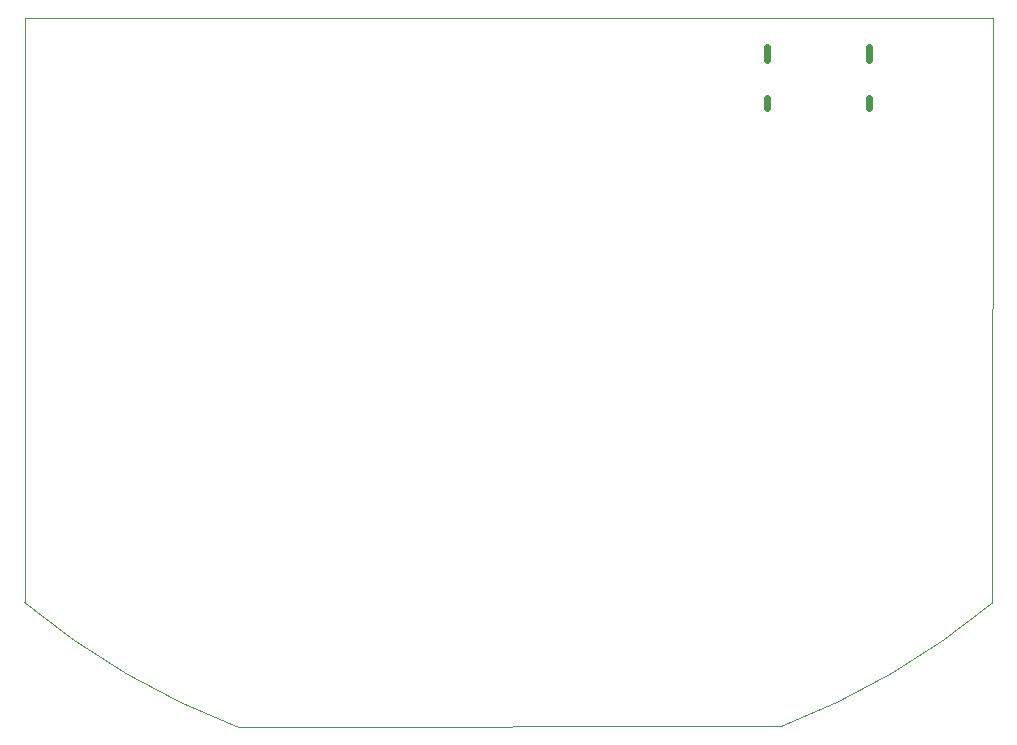
<source format=gbr>
%TF.GenerationSoftware,KiCad,Pcbnew,9.0.0*%
%TF.CreationDate,2025-04-05T15:30:28+02:00*%
%TF.ProjectId,EEE3088F_PCB_Project,45454533-3038-4384-965f-5043425f5072,rev?*%
%TF.SameCoordinates,Original*%
%TF.FileFunction,Profile,NP*%
%FSLAX46Y46*%
G04 Gerber Fmt 4.6, Leading zero omitted, Abs format (unit mm)*
G04 Created by KiCad (PCBNEW 9.0.0) date 2025-04-05 15:30:28*
%MOMM*%
%LPD*%
G01*
G04 APERTURE LIST*
%TA.AperFunction,Profile*%
%ADD10C,0.050000*%
%TD*%
%TA.AperFunction,Profile*%
%ADD11C,0.609600*%
%TD*%
G04 APERTURE END LIST*
D10*
X166116000Y-112649000D02*
X120033761Y-112705000D01*
X183919045Y-102236158D02*
G75*
G02*
X166116000Y-112649000I-40917045J49531158D01*
G01*
X102002000Y-52705000D02*
X184002000Y-52705000D01*
X184002000Y-52705000D02*
X183919044Y-102236158D01*
X120033758Y-112705000D02*
G75*
G02*
X102001997Y-102167510I22968242J60000000D01*
G01*
X102001997Y-102167511D02*
X102002000Y-52705000D01*
D11*
%TO.C,J2*%
X164843968Y-60265400D02*
X164843968Y-59478000D01*
X164843998Y-56267800D02*
X164843998Y-55175600D01*
X173484002Y-56267800D02*
X173484002Y-55175600D01*
X173484032Y-60265400D02*
X173484032Y-59478000D01*
%TD*%
M02*

</source>
